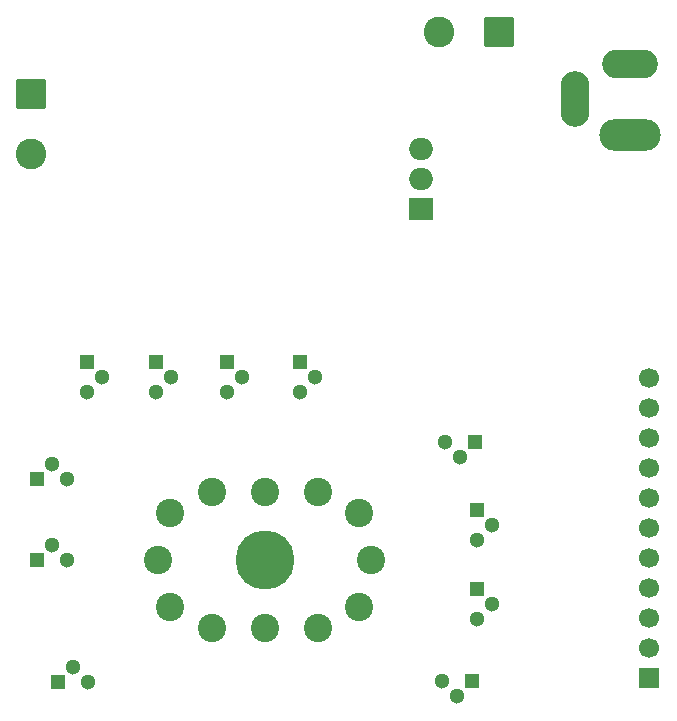
<source format=gbr>
%TF.GenerationSoftware,KiCad,Pcbnew,9.0.1*%
%TF.CreationDate,2025-06-28T16:11:33-04:00*%
%TF.ProjectId,nixie-hvdc,6e697869-652d-4687-9664-632e6b696361,rev?*%
%TF.SameCoordinates,Original*%
%TF.FileFunction,Soldermask,Bot*%
%TF.FilePolarity,Negative*%
%FSLAX46Y46*%
G04 Gerber Fmt 4.6, Leading zero omitted, Abs format (unit mm)*
G04 Created by KiCad (PCBNEW 9.0.1) date 2025-06-28 16:11:33*
%MOMM*%
%LPD*%
G01*
G04 APERTURE LIST*
G04 Aperture macros list*
%AMRoundRect*
0 Rectangle with rounded corners*
0 $1 Rounding radius*
0 $2 $3 $4 $5 $6 $7 $8 $9 X,Y pos of 4 corners*
0 Add a 4 corners polygon primitive as box body*
4,1,4,$2,$3,$4,$5,$6,$7,$8,$9,$2,$3,0*
0 Add four circle primitives for the rounded corners*
1,1,$1+$1,$2,$3*
1,1,$1+$1,$4,$5*
1,1,$1+$1,$6,$7*
1,1,$1+$1,$8,$9*
0 Add four rect primitives between the rounded corners*
20,1,$1+$1,$2,$3,$4,$5,0*
20,1,$1+$1,$4,$5,$6,$7,0*
20,1,$1+$1,$6,$7,$8,$9,0*
20,1,$1+$1,$8,$9,$2,$3,0*%
G04 Aperture macros list end*
%ADD10C,1.300000*%
%ADD11R,1.300000X1.300000*%
%ADD12O,2.454000X4.704000*%
%ADD13O,4.704000X2.454000*%
%ADD14O,5.204000X2.704000*%
%ADD15C,2.397760*%
%ADD16C,4.998720*%
%ADD17O,2.000000X1.905000*%
%ADD18R,2.000000X1.905000*%
%ADD19C,2.600000*%
%ADD20RoundRect,0.250000X-1.050000X1.050000X-1.050000X-1.050000X1.050000X-1.050000X1.050000X1.050000X0*%
%ADD21C,1.700000*%
%ADD22R,1.700000X1.700000*%
%ADD23RoundRect,0.250000X1.050000X1.050000X-1.050000X1.050000X-1.050000X-1.050000X1.050000X-1.050000X0*%
G04 APERTURE END LIST*
D10*
%TO.C,Q9*%
X142540001Y-98000000D03*
X143810001Y-96730000D03*
D11*
X142540001Y-95460000D03*
%TD*%
D10*
%TO.C,Q2*%
X148730000Y-98020000D03*
X150000000Y-96750000D03*
D11*
X148730000Y-95480000D03*
%TD*%
D12*
%TO.C,J2*%
X172000000Y-73250000D03*
D13*
X176700000Y-70250000D03*
D14*
X176700000Y-76250000D03*
%TD*%
D15*
%TO.C,NX1*%
X136750781Y-112250000D03*
X137751540Y-116247960D03*
X145750000Y-117998020D03*
X150248340Y-117998020D03*
X153748460Y-116247960D03*
X154749219Y-112250000D03*
X153748460Y-108252040D03*
X150248340Y-106501980D03*
X145750000Y-106501980D03*
X141251660Y-106501980D03*
X137751540Y-108252040D03*
X141251660Y-117998020D03*
D16*
X145750000Y-112250000D03*
%TD*%
D10*
%TO.C,Q7*%
X136540001Y-98000000D03*
X137810001Y-96730000D03*
D11*
X136540001Y-95460000D03*
%TD*%
D10*
%TO.C,Q3*%
X129020000Y-105360000D03*
X127750000Y-104090000D03*
D11*
X126480000Y-105360000D03*
%TD*%
D10*
%TO.C,Q1*%
X130769999Y-122610000D03*
X129499999Y-121340000D03*
D11*
X128229999Y-122610000D03*
%TD*%
D17*
%TO.C,Q12*%
X159000000Y-77460001D03*
X159000000Y-80000000D03*
D18*
X159000000Y-82540000D03*
%TD*%
D10*
%TO.C,Q8*%
X163750000Y-117250000D03*
X165020000Y-115980000D03*
D11*
X163750000Y-114710000D03*
%TD*%
D19*
%TO.C,J4*%
X126000000Y-77829999D03*
D20*
X126000000Y-72750000D03*
%TD*%
D10*
%TO.C,Q6*%
X163750000Y-110520000D03*
X165020000Y-109250000D03*
D11*
X163750000Y-107980000D03*
%TD*%
D10*
%TO.C,Q5*%
X130680002Y-98019999D03*
X131950002Y-96749999D03*
D11*
X130680002Y-95479999D03*
%TD*%
D10*
%TO.C,Q11*%
X129000000Y-112250000D03*
X127730000Y-110980000D03*
D11*
X126460000Y-112250000D03*
%TD*%
D21*
%TO.C,J1*%
X178250000Y-96850000D03*
X178250000Y-99390000D03*
X178250000Y-101930000D03*
X178250000Y-104469999D03*
X178250000Y-107010000D03*
X178250000Y-109550000D03*
X178250000Y-112090000D03*
X178250000Y-114630000D03*
X178250000Y-117170001D03*
X178250000Y-119710000D03*
D22*
X178250000Y-122250000D03*
%TD*%
D10*
%TO.C,Q10*%
X160730001Y-122500000D03*
X162000001Y-123770000D03*
D11*
X163270001Y-122500000D03*
%TD*%
D10*
%TO.C,Q4*%
X160980001Y-102250000D03*
X162250001Y-103520000D03*
D11*
X163520001Y-102250000D03*
%TD*%
D19*
%TO.C,J3*%
X160465002Y-67577500D03*
D23*
X165545001Y-67577500D03*
%TD*%
M02*

</source>
